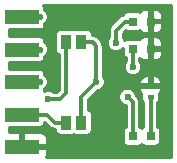
<source format=gbl>
G04 #@! TF.FileFunction,Copper,L2,Bot,Signal*
%FSLAX46Y46*%
G04 Gerber Fmt 4.6, Leading zero omitted, Abs format (unit mm)*
G04 Created by KiCad (PCBNEW 4.0.7-e2-6376~58~ubuntu16.04.1) date Thu Aug  2 19:24:01 2018*
%MOMM*%
%LPD*%
G01*
G04 APERTURE LIST*
%ADD10C,0.100000*%
%ADD11R,0.800000X0.750000*%
%ADD12R,0.970000X1.270000*%
%ADD13R,0.600000X0.400000*%
%ADD14R,3.000000X1.250000*%
%ADD15C,0.600000*%
%ADD16C,0.300000*%
%ADD17C,0.351000*%
G04 APERTURE END LIST*
D10*
D11*
X164925000Y-93050000D03*
X163425000Y-93050000D03*
X164925000Y-102775000D03*
X163425000Y-102775000D03*
X164925000Y-95375000D03*
X163425000Y-95375000D03*
D12*
X157785000Y-94800000D03*
X159065000Y-94800000D03*
X159065000Y-101600000D03*
X157785000Y-101600000D03*
D13*
X164925000Y-99400000D03*
X164925000Y-98500000D03*
D14*
X154025000Y-103675000D03*
X154025000Y-100925000D03*
X154025000Y-98175000D03*
X154025000Y-95425000D03*
X154025000Y-92675000D03*
D15*
X160725000Y-99450000D03*
X154800000Y-103675000D03*
X155525000Y-92675000D03*
X162000000Y-94850000D03*
X156250000Y-99625000D03*
X160325000Y-98175000D03*
X155525000Y-98175000D03*
X155525000Y-95425000D03*
X162975000Y-99450000D03*
X163425000Y-96900000D03*
D16*
X164925000Y-98500000D02*
X162375000Y-98500000D01*
X162375000Y-98500000D02*
X161425000Y-99450000D01*
X160725000Y-99450000D02*
X161425000Y-99450000D01*
X164925000Y-98500000D02*
X164925000Y-95375000D01*
X164925000Y-93050000D02*
X164925000Y-95375000D01*
X153175000Y-103675000D02*
X154800000Y-103675000D01*
X155525000Y-92675000D02*
X154025000Y-92675000D01*
X163425000Y-93050000D02*
X162775000Y-93050000D01*
X162000000Y-93825000D02*
X162000000Y-94850000D01*
X162775000Y-93050000D02*
X162000000Y-93825000D01*
X164925000Y-99400000D02*
X164925000Y-102775000D01*
X156250000Y-99625000D02*
X157275000Y-99625000D01*
X157275000Y-99625000D02*
X157785000Y-99115000D01*
X157785000Y-99115000D02*
X157785000Y-94800000D01*
X159065000Y-101600000D02*
X159065000Y-99435000D01*
X159065000Y-99435000D02*
X160325000Y-98175000D01*
X159065000Y-94800000D02*
X160000000Y-94800000D01*
X160000000Y-94800000D02*
X160325000Y-95125000D01*
X160325000Y-95125000D02*
X160325000Y-98175000D01*
X157785000Y-101600000D02*
X156825000Y-101600000D01*
X156150000Y-100925000D02*
X154025000Y-100925000D01*
X156825000Y-101600000D02*
X156150000Y-100925000D01*
X157785000Y-101600000D02*
X157785000Y-101810000D01*
X155325000Y-100925000D02*
X153175000Y-100925000D01*
X155525000Y-98175000D02*
X154025000Y-98175000D01*
X154550000Y-98175000D02*
X153175000Y-98175000D01*
X154325000Y-98175000D02*
X153175000Y-98175000D01*
X155525000Y-95425000D02*
X154025000Y-95425000D01*
X163425000Y-102775000D02*
X163425000Y-99900000D01*
X163425000Y-99900000D02*
X162975000Y-99450000D01*
X163425000Y-95375000D02*
X163425000Y-96900000D01*
D17*
G36*
X166649500Y-104524500D02*
X156171824Y-104524500D01*
X156208500Y-104435957D01*
X156208500Y-103924375D01*
X156037625Y-103753500D01*
X154103500Y-103753500D01*
X154103500Y-103773500D01*
X153946500Y-103773500D01*
X153946500Y-103753500D01*
X153926500Y-103753500D01*
X153926500Y-103596500D01*
X153946500Y-103596500D01*
X153946500Y-102537375D01*
X154103500Y-102537375D01*
X154103500Y-103596500D01*
X156037625Y-103596500D01*
X156208500Y-103425625D01*
X156208500Y-102914043D01*
X156104443Y-102662828D01*
X155912171Y-102470556D01*
X155660956Y-102366500D01*
X154274375Y-102366500D01*
X154103500Y-102537375D01*
X153946500Y-102537375D01*
X153775625Y-102366500D01*
X152975500Y-102366500D01*
X152975500Y-102034815D01*
X155525000Y-102034815D01*
X155701210Y-102001659D01*
X155863047Y-101897519D01*
X155971618Y-101738620D01*
X155989707Y-101649297D01*
X156382705Y-102042295D01*
X156585632Y-102177887D01*
X156815185Y-102223548D01*
X156815185Y-102235000D01*
X156848341Y-102411210D01*
X156952481Y-102573047D01*
X157111380Y-102681618D01*
X157300000Y-102719815D01*
X158270000Y-102719815D01*
X158430692Y-102689579D01*
X158580000Y-102719815D01*
X159550000Y-102719815D01*
X159726210Y-102686659D01*
X159888047Y-102582519D01*
X159996618Y-102423620D01*
X160034815Y-102235000D01*
X160034815Y-100965000D01*
X160001659Y-100788790D01*
X159897519Y-100626953D01*
X159738620Y-100518382D01*
X159690500Y-100508637D01*
X159690500Y-99694090D01*
X159781010Y-99603580D01*
X162199366Y-99603580D01*
X162317180Y-99888712D01*
X162535141Y-100107054D01*
X162799500Y-100216825D01*
X162799500Y-101980058D01*
X162686953Y-102052481D01*
X162578382Y-102211380D01*
X162540185Y-102400000D01*
X162540185Y-103150000D01*
X162573341Y-103326210D01*
X162677481Y-103488047D01*
X162836380Y-103596618D01*
X163025000Y-103634815D01*
X163825000Y-103634815D01*
X164001210Y-103601659D01*
X164163047Y-103497519D01*
X164173619Y-103482046D01*
X164177481Y-103488047D01*
X164336380Y-103596618D01*
X164525000Y-103634815D01*
X165325000Y-103634815D01*
X165501210Y-103601659D01*
X165663047Y-103497519D01*
X165771618Y-103338620D01*
X165809815Y-103150000D01*
X165809815Y-102400000D01*
X165776659Y-102223790D01*
X165672519Y-102061953D01*
X165550500Y-101978581D01*
X165550500Y-99955593D01*
X165563047Y-99947519D01*
X165671618Y-99788620D01*
X165709815Y-99600000D01*
X165709815Y-99200000D01*
X165706933Y-99184682D01*
X165804443Y-99087172D01*
X165908500Y-98835957D01*
X165908500Y-98749375D01*
X165737625Y-98578500D01*
X165003500Y-98578500D01*
X165003500Y-98598500D01*
X164846500Y-98598500D01*
X164846500Y-98578500D01*
X164112375Y-98578500D01*
X163941500Y-98749375D01*
X163941500Y-98835957D01*
X164045557Y-99087172D01*
X164143250Y-99184865D01*
X164140185Y-99200000D01*
X164140185Y-99600000D01*
X164173341Y-99776210D01*
X164277481Y-99938047D01*
X164299500Y-99953092D01*
X164299500Y-101980058D01*
X164186953Y-102052481D01*
X164176381Y-102067954D01*
X164172519Y-102061953D01*
X164050500Y-101978581D01*
X164050500Y-99900000D01*
X164002887Y-99660632D01*
X163867295Y-99457705D01*
X163750595Y-99341005D01*
X163750634Y-99296420D01*
X163632820Y-99011288D01*
X163414859Y-98792946D01*
X163129933Y-98674635D01*
X162821420Y-98674366D01*
X162536288Y-98792180D01*
X162317946Y-99010141D01*
X162199635Y-99295067D01*
X162199366Y-99603580D01*
X159781010Y-99603580D01*
X160433995Y-98950595D01*
X160478580Y-98950634D01*
X160763712Y-98832820D01*
X160982054Y-98614859D01*
X161100365Y-98329933D01*
X161100509Y-98164043D01*
X163941500Y-98164043D01*
X163941500Y-98250625D01*
X164112375Y-98421500D01*
X164846500Y-98421500D01*
X164846500Y-97787375D01*
X165003500Y-97787375D01*
X165003500Y-98421500D01*
X165737625Y-98421500D01*
X165908500Y-98250625D01*
X165908500Y-98164043D01*
X165804443Y-97912828D01*
X165612171Y-97720556D01*
X165360956Y-97616500D01*
X165174375Y-97616500D01*
X165003500Y-97787375D01*
X164846500Y-97787375D01*
X164675625Y-97616500D01*
X164489044Y-97616500D01*
X164237829Y-97720556D01*
X164045557Y-97912828D01*
X163941500Y-98164043D01*
X161100509Y-98164043D01*
X161100634Y-98021420D01*
X160982820Y-97736288D01*
X160950500Y-97703912D01*
X160950500Y-95125000D01*
X160926349Y-95003580D01*
X161224366Y-95003580D01*
X161342180Y-95288712D01*
X161560141Y-95507054D01*
X161845067Y-95625365D01*
X162153580Y-95625634D01*
X162438712Y-95507820D01*
X162540185Y-95406524D01*
X162540185Y-95750000D01*
X162573341Y-95926210D01*
X162677481Y-96088047D01*
X162799500Y-96171419D01*
X162799500Y-96428642D01*
X162767946Y-96460141D01*
X162649635Y-96745067D01*
X162649366Y-97053580D01*
X162767180Y-97338712D01*
X162985141Y-97557054D01*
X163270067Y-97675365D01*
X163578580Y-97675634D01*
X163863712Y-97557820D01*
X164082054Y-97339859D01*
X164200365Y-97054933D01*
X164200634Y-96746420D01*
X164082820Y-96461288D01*
X164050500Y-96428912D01*
X164050500Y-96242115D01*
X164137828Y-96329443D01*
X164389043Y-96433500D01*
X164675625Y-96433500D01*
X164846500Y-96262625D01*
X164846500Y-95453500D01*
X165003500Y-95453500D01*
X165003500Y-96262625D01*
X165174375Y-96433500D01*
X165460957Y-96433500D01*
X165712172Y-96329443D01*
X165904444Y-96137171D01*
X166008500Y-95885956D01*
X166008500Y-95624375D01*
X165837625Y-95453500D01*
X165003500Y-95453500D01*
X164846500Y-95453500D01*
X164826500Y-95453500D01*
X164826500Y-95296500D01*
X164846500Y-95296500D01*
X164846500Y-94487375D01*
X165003500Y-94487375D01*
X165003500Y-95296500D01*
X165837625Y-95296500D01*
X166008500Y-95125625D01*
X166008500Y-94864044D01*
X165904444Y-94612829D01*
X165712172Y-94420557D01*
X165460957Y-94316500D01*
X165174375Y-94316500D01*
X165003500Y-94487375D01*
X164846500Y-94487375D01*
X164675625Y-94316500D01*
X164389043Y-94316500D01*
X164137828Y-94420557D01*
X164006454Y-94551931D01*
X163825000Y-94515185D01*
X163025000Y-94515185D01*
X162848790Y-94548341D01*
X162742666Y-94616631D01*
X162657820Y-94411288D01*
X162625500Y-94378912D01*
X162625500Y-94084090D01*
X162837704Y-93871886D01*
X163025000Y-93909815D01*
X163825000Y-93909815D01*
X164001210Y-93876659D01*
X164006585Y-93873200D01*
X164137828Y-94004443D01*
X164389043Y-94108500D01*
X164675625Y-94108500D01*
X164846500Y-93937625D01*
X164846500Y-93128500D01*
X165003500Y-93128500D01*
X165003500Y-93937625D01*
X165174375Y-94108500D01*
X165460957Y-94108500D01*
X165712172Y-94004443D01*
X165904444Y-93812171D01*
X166008500Y-93560956D01*
X166008500Y-93299375D01*
X165837625Y-93128500D01*
X165003500Y-93128500D01*
X164846500Y-93128500D01*
X164826500Y-93128500D01*
X164826500Y-92971500D01*
X164846500Y-92971500D01*
X164846500Y-92162375D01*
X165003500Y-92162375D01*
X165003500Y-92971500D01*
X165837625Y-92971500D01*
X166008500Y-92800625D01*
X166008500Y-92539044D01*
X165904444Y-92287829D01*
X165712172Y-92095557D01*
X165460957Y-91991500D01*
X165174375Y-91991500D01*
X165003500Y-92162375D01*
X164846500Y-92162375D01*
X164675625Y-91991500D01*
X164389043Y-91991500D01*
X164137828Y-92095557D01*
X164006454Y-92226931D01*
X163825000Y-92190185D01*
X163025000Y-92190185D01*
X162848790Y-92223341D01*
X162686953Y-92327481D01*
X162596388Y-92460028D01*
X162535631Y-92472113D01*
X162332705Y-92607704D01*
X161557705Y-93382705D01*
X161422113Y-93585631D01*
X161390091Y-93746618D01*
X161374500Y-93825000D01*
X161374500Y-94378642D01*
X161342946Y-94410141D01*
X161224635Y-94695067D01*
X161224366Y-95003580D01*
X160926349Y-95003580D01*
X160902887Y-94885632D01*
X160843740Y-94797113D01*
X160767295Y-94682704D01*
X160442295Y-94357705D01*
X160239369Y-94222113D01*
X160034815Y-94181425D01*
X160034815Y-94165000D01*
X160001659Y-93988790D01*
X159897519Y-93826953D01*
X159738620Y-93718382D01*
X159550000Y-93680185D01*
X158580000Y-93680185D01*
X158419308Y-93710421D01*
X158270000Y-93680185D01*
X157300000Y-93680185D01*
X157123790Y-93713341D01*
X156961953Y-93817481D01*
X156853382Y-93976380D01*
X156815185Y-94165000D01*
X156815185Y-95435000D01*
X156848341Y-95611210D01*
X156952481Y-95773047D01*
X157111380Y-95881618D01*
X157159500Y-95891363D01*
X157159500Y-98855910D01*
X157015910Y-98999500D01*
X156721358Y-98999500D01*
X156689859Y-98967946D01*
X156404933Y-98849635D01*
X156096420Y-98849366D01*
X155990997Y-98892926D01*
X156009815Y-98800000D01*
X156009815Y-98786797D01*
X156182054Y-98614859D01*
X156300365Y-98329933D01*
X156300634Y-98021420D01*
X156182820Y-97736288D01*
X156009815Y-97562981D01*
X156009815Y-97550000D01*
X155976659Y-97373790D01*
X155872519Y-97211953D01*
X155713620Y-97103382D01*
X155525000Y-97065185D01*
X152975500Y-97065185D01*
X152975500Y-96534815D01*
X155525000Y-96534815D01*
X155701210Y-96501659D01*
X155863047Y-96397519D01*
X155971618Y-96238620D01*
X156009815Y-96050000D01*
X156009815Y-96036797D01*
X156182054Y-95864859D01*
X156300365Y-95579933D01*
X156300634Y-95271420D01*
X156182820Y-94986288D01*
X156009815Y-94812981D01*
X156009815Y-94800000D01*
X155976659Y-94623790D01*
X155872519Y-94461953D01*
X155713620Y-94353382D01*
X155525000Y-94315185D01*
X152975500Y-94315185D01*
X152975500Y-93784815D01*
X155525000Y-93784815D01*
X155701210Y-93751659D01*
X155863047Y-93647519D01*
X155971618Y-93488620D01*
X156009815Y-93300000D01*
X156009815Y-93286797D01*
X156182054Y-93114859D01*
X156300365Y-92829933D01*
X156300634Y-92521420D01*
X156182820Y-92236288D01*
X156009815Y-92062981D01*
X156009815Y-92050000D01*
X155976659Y-91873790D01*
X155897323Y-91750500D01*
X166649500Y-91750500D01*
X166649500Y-104524500D01*
X166649500Y-104524500D01*
G37*
X166649500Y-104524500D02*
X156171824Y-104524500D01*
X156208500Y-104435957D01*
X156208500Y-103924375D01*
X156037625Y-103753500D01*
X154103500Y-103753500D01*
X154103500Y-103773500D01*
X153946500Y-103773500D01*
X153946500Y-103753500D01*
X153926500Y-103753500D01*
X153926500Y-103596500D01*
X153946500Y-103596500D01*
X153946500Y-102537375D01*
X154103500Y-102537375D01*
X154103500Y-103596500D01*
X156037625Y-103596500D01*
X156208500Y-103425625D01*
X156208500Y-102914043D01*
X156104443Y-102662828D01*
X155912171Y-102470556D01*
X155660956Y-102366500D01*
X154274375Y-102366500D01*
X154103500Y-102537375D01*
X153946500Y-102537375D01*
X153775625Y-102366500D01*
X152975500Y-102366500D01*
X152975500Y-102034815D01*
X155525000Y-102034815D01*
X155701210Y-102001659D01*
X155863047Y-101897519D01*
X155971618Y-101738620D01*
X155989707Y-101649297D01*
X156382705Y-102042295D01*
X156585632Y-102177887D01*
X156815185Y-102223548D01*
X156815185Y-102235000D01*
X156848341Y-102411210D01*
X156952481Y-102573047D01*
X157111380Y-102681618D01*
X157300000Y-102719815D01*
X158270000Y-102719815D01*
X158430692Y-102689579D01*
X158580000Y-102719815D01*
X159550000Y-102719815D01*
X159726210Y-102686659D01*
X159888047Y-102582519D01*
X159996618Y-102423620D01*
X160034815Y-102235000D01*
X160034815Y-100965000D01*
X160001659Y-100788790D01*
X159897519Y-100626953D01*
X159738620Y-100518382D01*
X159690500Y-100508637D01*
X159690500Y-99694090D01*
X159781010Y-99603580D01*
X162199366Y-99603580D01*
X162317180Y-99888712D01*
X162535141Y-100107054D01*
X162799500Y-100216825D01*
X162799500Y-101980058D01*
X162686953Y-102052481D01*
X162578382Y-102211380D01*
X162540185Y-102400000D01*
X162540185Y-103150000D01*
X162573341Y-103326210D01*
X162677481Y-103488047D01*
X162836380Y-103596618D01*
X163025000Y-103634815D01*
X163825000Y-103634815D01*
X164001210Y-103601659D01*
X164163047Y-103497519D01*
X164173619Y-103482046D01*
X164177481Y-103488047D01*
X164336380Y-103596618D01*
X164525000Y-103634815D01*
X165325000Y-103634815D01*
X165501210Y-103601659D01*
X165663047Y-103497519D01*
X165771618Y-103338620D01*
X165809815Y-103150000D01*
X165809815Y-102400000D01*
X165776659Y-102223790D01*
X165672519Y-102061953D01*
X165550500Y-101978581D01*
X165550500Y-99955593D01*
X165563047Y-99947519D01*
X165671618Y-99788620D01*
X165709815Y-99600000D01*
X165709815Y-99200000D01*
X165706933Y-99184682D01*
X165804443Y-99087172D01*
X165908500Y-98835957D01*
X165908500Y-98749375D01*
X165737625Y-98578500D01*
X165003500Y-98578500D01*
X165003500Y-98598500D01*
X164846500Y-98598500D01*
X164846500Y-98578500D01*
X164112375Y-98578500D01*
X163941500Y-98749375D01*
X163941500Y-98835957D01*
X164045557Y-99087172D01*
X164143250Y-99184865D01*
X164140185Y-99200000D01*
X164140185Y-99600000D01*
X164173341Y-99776210D01*
X164277481Y-99938047D01*
X164299500Y-99953092D01*
X164299500Y-101980058D01*
X164186953Y-102052481D01*
X164176381Y-102067954D01*
X164172519Y-102061953D01*
X164050500Y-101978581D01*
X164050500Y-99900000D01*
X164002887Y-99660632D01*
X163867295Y-99457705D01*
X163750595Y-99341005D01*
X163750634Y-99296420D01*
X163632820Y-99011288D01*
X163414859Y-98792946D01*
X163129933Y-98674635D01*
X162821420Y-98674366D01*
X162536288Y-98792180D01*
X162317946Y-99010141D01*
X162199635Y-99295067D01*
X162199366Y-99603580D01*
X159781010Y-99603580D01*
X160433995Y-98950595D01*
X160478580Y-98950634D01*
X160763712Y-98832820D01*
X160982054Y-98614859D01*
X161100365Y-98329933D01*
X161100509Y-98164043D01*
X163941500Y-98164043D01*
X163941500Y-98250625D01*
X164112375Y-98421500D01*
X164846500Y-98421500D01*
X164846500Y-97787375D01*
X165003500Y-97787375D01*
X165003500Y-98421500D01*
X165737625Y-98421500D01*
X165908500Y-98250625D01*
X165908500Y-98164043D01*
X165804443Y-97912828D01*
X165612171Y-97720556D01*
X165360956Y-97616500D01*
X165174375Y-97616500D01*
X165003500Y-97787375D01*
X164846500Y-97787375D01*
X164675625Y-97616500D01*
X164489044Y-97616500D01*
X164237829Y-97720556D01*
X164045557Y-97912828D01*
X163941500Y-98164043D01*
X161100509Y-98164043D01*
X161100634Y-98021420D01*
X160982820Y-97736288D01*
X160950500Y-97703912D01*
X160950500Y-95125000D01*
X160926349Y-95003580D01*
X161224366Y-95003580D01*
X161342180Y-95288712D01*
X161560141Y-95507054D01*
X161845067Y-95625365D01*
X162153580Y-95625634D01*
X162438712Y-95507820D01*
X162540185Y-95406524D01*
X162540185Y-95750000D01*
X162573341Y-95926210D01*
X162677481Y-96088047D01*
X162799500Y-96171419D01*
X162799500Y-96428642D01*
X162767946Y-96460141D01*
X162649635Y-96745067D01*
X162649366Y-97053580D01*
X162767180Y-97338712D01*
X162985141Y-97557054D01*
X163270067Y-97675365D01*
X163578580Y-97675634D01*
X163863712Y-97557820D01*
X164082054Y-97339859D01*
X164200365Y-97054933D01*
X164200634Y-96746420D01*
X164082820Y-96461288D01*
X164050500Y-96428912D01*
X164050500Y-96242115D01*
X164137828Y-96329443D01*
X164389043Y-96433500D01*
X164675625Y-96433500D01*
X164846500Y-96262625D01*
X164846500Y-95453500D01*
X165003500Y-95453500D01*
X165003500Y-96262625D01*
X165174375Y-96433500D01*
X165460957Y-96433500D01*
X165712172Y-96329443D01*
X165904444Y-96137171D01*
X166008500Y-95885956D01*
X166008500Y-95624375D01*
X165837625Y-95453500D01*
X165003500Y-95453500D01*
X164846500Y-95453500D01*
X164826500Y-95453500D01*
X164826500Y-95296500D01*
X164846500Y-95296500D01*
X164846500Y-94487375D01*
X165003500Y-94487375D01*
X165003500Y-95296500D01*
X165837625Y-95296500D01*
X166008500Y-95125625D01*
X166008500Y-94864044D01*
X165904444Y-94612829D01*
X165712172Y-94420557D01*
X165460957Y-94316500D01*
X165174375Y-94316500D01*
X165003500Y-94487375D01*
X164846500Y-94487375D01*
X164675625Y-94316500D01*
X164389043Y-94316500D01*
X164137828Y-94420557D01*
X164006454Y-94551931D01*
X163825000Y-94515185D01*
X163025000Y-94515185D01*
X162848790Y-94548341D01*
X162742666Y-94616631D01*
X162657820Y-94411288D01*
X162625500Y-94378912D01*
X162625500Y-94084090D01*
X162837704Y-93871886D01*
X163025000Y-93909815D01*
X163825000Y-93909815D01*
X164001210Y-93876659D01*
X164006585Y-93873200D01*
X164137828Y-94004443D01*
X164389043Y-94108500D01*
X164675625Y-94108500D01*
X164846500Y-93937625D01*
X164846500Y-93128500D01*
X165003500Y-93128500D01*
X165003500Y-93937625D01*
X165174375Y-94108500D01*
X165460957Y-94108500D01*
X165712172Y-94004443D01*
X165904444Y-93812171D01*
X166008500Y-93560956D01*
X166008500Y-93299375D01*
X165837625Y-93128500D01*
X165003500Y-93128500D01*
X164846500Y-93128500D01*
X164826500Y-93128500D01*
X164826500Y-92971500D01*
X164846500Y-92971500D01*
X164846500Y-92162375D01*
X165003500Y-92162375D01*
X165003500Y-92971500D01*
X165837625Y-92971500D01*
X166008500Y-92800625D01*
X166008500Y-92539044D01*
X165904444Y-92287829D01*
X165712172Y-92095557D01*
X165460957Y-91991500D01*
X165174375Y-91991500D01*
X165003500Y-92162375D01*
X164846500Y-92162375D01*
X164675625Y-91991500D01*
X164389043Y-91991500D01*
X164137828Y-92095557D01*
X164006454Y-92226931D01*
X163825000Y-92190185D01*
X163025000Y-92190185D01*
X162848790Y-92223341D01*
X162686953Y-92327481D01*
X162596388Y-92460028D01*
X162535631Y-92472113D01*
X162332705Y-92607704D01*
X161557705Y-93382705D01*
X161422113Y-93585631D01*
X161390091Y-93746618D01*
X161374500Y-93825000D01*
X161374500Y-94378642D01*
X161342946Y-94410141D01*
X161224635Y-94695067D01*
X161224366Y-95003580D01*
X160926349Y-95003580D01*
X160902887Y-94885632D01*
X160843740Y-94797113D01*
X160767295Y-94682704D01*
X160442295Y-94357705D01*
X160239369Y-94222113D01*
X160034815Y-94181425D01*
X160034815Y-94165000D01*
X160001659Y-93988790D01*
X159897519Y-93826953D01*
X159738620Y-93718382D01*
X159550000Y-93680185D01*
X158580000Y-93680185D01*
X158419308Y-93710421D01*
X158270000Y-93680185D01*
X157300000Y-93680185D01*
X157123790Y-93713341D01*
X156961953Y-93817481D01*
X156853382Y-93976380D01*
X156815185Y-94165000D01*
X156815185Y-95435000D01*
X156848341Y-95611210D01*
X156952481Y-95773047D01*
X157111380Y-95881618D01*
X157159500Y-95891363D01*
X157159500Y-98855910D01*
X157015910Y-98999500D01*
X156721358Y-98999500D01*
X156689859Y-98967946D01*
X156404933Y-98849635D01*
X156096420Y-98849366D01*
X155990997Y-98892926D01*
X156009815Y-98800000D01*
X156009815Y-98786797D01*
X156182054Y-98614859D01*
X156300365Y-98329933D01*
X156300634Y-98021420D01*
X156182820Y-97736288D01*
X156009815Y-97562981D01*
X156009815Y-97550000D01*
X155976659Y-97373790D01*
X155872519Y-97211953D01*
X155713620Y-97103382D01*
X155525000Y-97065185D01*
X152975500Y-97065185D01*
X152975500Y-96534815D01*
X155525000Y-96534815D01*
X155701210Y-96501659D01*
X155863047Y-96397519D01*
X155971618Y-96238620D01*
X156009815Y-96050000D01*
X156009815Y-96036797D01*
X156182054Y-95864859D01*
X156300365Y-95579933D01*
X156300634Y-95271420D01*
X156182820Y-94986288D01*
X156009815Y-94812981D01*
X156009815Y-94800000D01*
X155976659Y-94623790D01*
X155872519Y-94461953D01*
X155713620Y-94353382D01*
X155525000Y-94315185D01*
X152975500Y-94315185D01*
X152975500Y-93784815D01*
X155525000Y-93784815D01*
X155701210Y-93751659D01*
X155863047Y-93647519D01*
X155971618Y-93488620D01*
X156009815Y-93300000D01*
X156009815Y-93286797D01*
X156182054Y-93114859D01*
X156300365Y-92829933D01*
X156300634Y-92521420D01*
X156182820Y-92236288D01*
X156009815Y-92062981D01*
X156009815Y-92050000D01*
X155976659Y-91873790D01*
X155897323Y-91750500D01*
X166649500Y-91750500D01*
X166649500Y-104524500D01*
M02*

</source>
